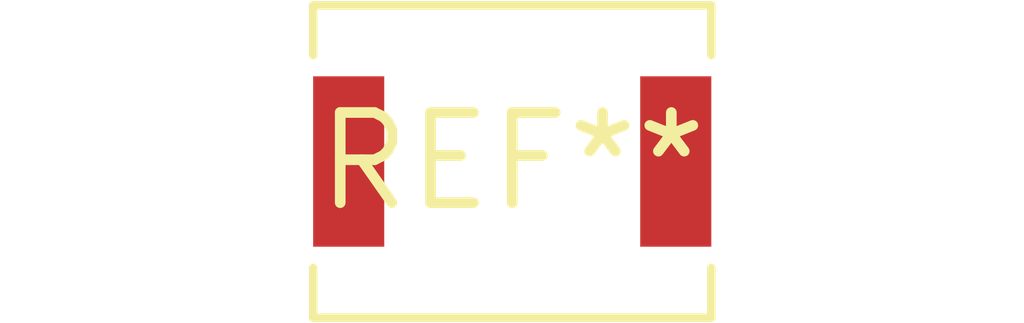
<source format=kicad_pcb>
(kicad_pcb (version 20240108) (generator pcbnew)
  (layers (0 "F.Cu" signal) (31 "B.Cu" signal) (34 "B.Paste" user) (35 "F.Paste" user) (36 "B.SilkS" user "B.Silkscreen") (37 "F.SilkS" user "F.Silkscreen") (38 "B.Mask" user) (39 "F.Mask" user) (44 "Edge.Cuts" user))
  (net 0 "")
  (footprint "L_Neosid_Ms42" (layer "F.Cu") (at 0 0)
    (property "Reference" "REF**")
    (property "Value" "L_Neosid_Ms42")
    (fp_line (start -2.8 -2.2) (end -2.8 -1.5) (layer "F.SilkS") (stroke (width 0.12)))
    (fp_line (start -2.8 2.2) (end -2.8 1.5) (layer "F.SilkS") (stroke (width 0.12)))
    (fp_line (start 2.8 -2.2) (end -2.8 -2.2) (layer "F.SilkS") (stroke (width 0.12)))
    (fp_line (start 2.8 -2.2) (end 2.8 -1.5) (layer "F.SilkS") (stroke (width 0.12)))
    (fp_line (start 2.8 1.5) (end 2.8 2.2) (layer "F.SilkS") (stroke (width 0.12)))
    (fp_line (start 2.8 2.2) (end -2.8 2.2) (layer "F.SilkS") (stroke (width 0.12)))
    (pad "1" smd rect (at -2.3 0) (size 1 2.4) (layers "F.Cu" "F.Paste" "F.Mask"))
    (pad "2" smd rect (at 2.3 0) (size 1 2.4) (layers "F.Cu" "F.Paste" "F.Mask"))
  )
)
</source>
